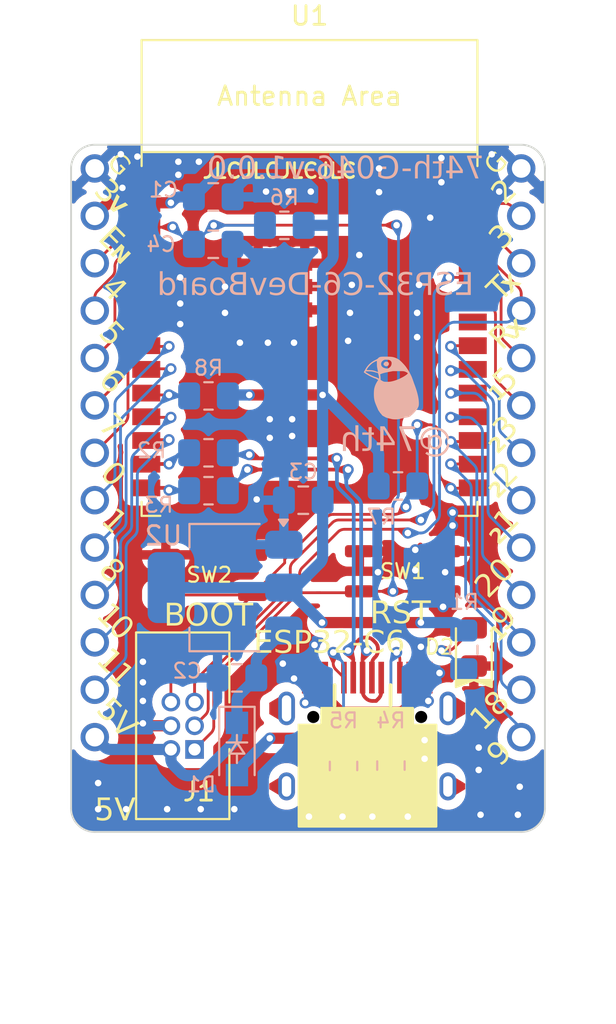
<source format=kicad_pcb>
(kicad_pcb (version 20240108) (generator "pcbnew") (generator_version "8.0")
  (title_block (title "ESP32-C6-WROOM-1 Dev Board") (rev "v1.0.0") (company "Atsushi Morimoto(@74th)"))
  (layers (0 "F.Cu" signal) (31 "B.Cu" signal) (34 "B.Paste" user) (35 "F.Paste" user) (36 "B.SilkS" user "B.Silkscreen") (37 "F.SilkS" user "F.Silkscreen") (38 "B.Mask" user) (39 "F.Mask" user) (44 "Edge.Cuts" user))
  (net 0 "")
  (net 1 "+3V3")
  (net 2 "GND")
  (net 3 "+5V")
  (net 4 "/GPIO11")
  (net 5 "/GPIO4")
  (net 6 "/EN")
  (net 7 "/GPIO7")
  (net 8 "/GPIO3")
  (net 9 "/GPIO10")
  (net 10 "/GPIO2")
  (net 11 "/GPIO5")
  (net 12 "/GPIO6")
  (net 13 "/GPIO15")
  (net 14 "/TXD")
  (net 15 "/GPIO21")
  (net 16 "/GPIO18")
  (net 17 "/GPIO9")
  (net 18 "/GPIO22")
  (net 19 "/GPIO19")
  (net 20 "/GPIO20")
  (net 21 "/RXD")
  (net 22 "/GPIO23")
  (net 23 "Net-(D1-A)")
  (net 24 "Net-(D2-A)")
  (net 25 "Net-(J2-CC1)")
  (net 26 "/USB_DP")
  (net 27 "/USB_DM")
  (net 28 "Net-(J2-CC2)")
  (net 29 "Net-(U1-GPIO12{slash}USB_D-)")
  (net 30 "Net-(U1-GPIO13{slash}USB_D+)")
  (net 31 "/GPIO8")
  (net 32 "/GPIO0")
  (net 33 "/GPIO1")
  (footprint "74th:Connector_USB-C-Receptacle_SMT_12-Pin_Simple" (layer "F.Cu") (at 85.725 68.58)
    (property "Reference" "J2" (hide yes))
    (property "Value" "USB2.0-C_SMT")
  )
  (footprint "74th:Switch_SKRPABE010" (layer "F.Cu") (at 87.63 57.15 180)
    (property "Reference" "SW1")
    (property "Value" "SW_Push" (hide yes))
  )
  (footprint "74th:PinOut_Pin_13" (layer "F.Cu") (at 71.12 35.56 -90)
    (property "Reference" "CH1" (hide yes))
    (property "Value" "Pin_13" (hide yes))
  )
  (footprint "PCM_Espressif:ESP32-C6-WROOM-1" (layer "F.Cu") (at 82.632 44.43)
    (property "Reference" "U1")
    (property "Value" "ESP32-C6-WROOM-1")
  )
  (footprint "74th:LED_0805_2012" (layer "F.Cu") (at 91.44 61.205 90)
    (property "Reference" "D2")
    (property "Value" "Blue" (hide yes))
  )
  (footprint "74th:PinOut_Pin_13" (layer "F.Cu") (at 93.98 35.56 -90)
    (property "Reference" "CH2" (hide yes))
    (property "Value" "Pin_13" (hide yes))
  )
  (footprint "74th:Connector_BoxPinHeader_2x03_P1.27mm" (layer "F.Cu") (at 75.835 65.43 180)
    (property "Reference" "J1")
    (property "Value" "ESP-Prog-ProgramCOM_RECV" (hide yes))
  )
  (footprint "74th:Switch_SKRPABE010" (layer "F.Cu") (at 77.255 57.345 180)
    (property "Reference" "SW2")
    (property "Value" "SW_Push" (hide yes))
  )
  (footprint "74th:Logo_JLCJLCJLCJLC" (layer "F.Cu") (at 81.661 53.594)
    (property "Reference" "REF**" (hide yes))
    (property "Value" "JLCJLCJLCJLC")
  )
  (footprint "74th:Capacitor_0805_2012" (layer "B.Cu") (at 77.47 37.084)
    (property "Reference" "C1")
    (property "Value" "22u" (hide yes))
  )
  (footprint "74th:Register_0805_2012" (layer "B.Cu") (at 86.995 67.564 90)
    (property "Reference" "R4")
    (property "Value" "5.1k" (hide yes))
  )
  (footprint "74th:Register_0805_2012" (layer "B.Cu") (at 90.9 61.3625 -90)
    (property "Reference" "R1")
    (property "Value" "10k" (hide yes))
  )
  (footprint "74th:Register_0805_2012" (layer "B.Cu") (at 77.216 47.752)
    (property "Reference" "R8")
    (property "Value" "10k" (hide yes))
  )
  (footprint "74th:Capacitor_0805_2012" (layer "B.Cu") (at 82.296 53.34 180)
    (property "Reference" "C3")
    (property "Value" "10u" (hide yes))
  )
  (footprint "74th:Register_0805_2012" (layer "B.Cu") (at 77.216 50.8)
    (property "Reference" "R2")
    (property "Value" "27" (hide yes))
  )
  (footprint "74th:Register_0805_2012" (layer "B.Cu") (at 77.216 52.832)
    (property "Reference" "R3")
    (property "Value" "27" (hide yes))
  )
  (footprint "Package_TO_SOT_SMD:SOT-223-3_TabPin2" (layer "B.Cu") (at 78.105 58.025 180)
    (property "Reference" "U2")
    (property "Value" "AMS1117")
  )
  (footprint "74th:Register_0805_2012" (layer "B.Cu") (at 81.28 38.608)
    (property "Reference" "R6")
    (property "Value" "10k" (hide yes))
  )
  (footprint "74th:Logo_74th_4mm" (layer "B.Cu") (at 87.122 47.498 180)
    (property "Reference" "MISC-ICON" (hide yes))
    (property "Value" "LOGO" (hide yes))
  )
  (footprint "74th:Capacitor_0805_2012" (layer "B.Cu") (at 78.74 62.865 180)
    (property "Reference" "C2")
    (property "Value" "10u" (hide yes))
  )
  (footprint "74th:Package_SOD123W" (layer "B.Cu") (at 78.74 66.675 -90)
    (property "Reference" "D1")
    (property "Value" "PMEG2010ER,115")
  )
  (footprint "74th:Register_0805_2012" (layer "B.Cu") (at 87.376 52.578 180)
    (property "Reference" "R7")
    (property "Value" "10k" (hide yes))
  )
  (footprint "74th:Capacitor_0805_2012" (layer "B.Cu") (at 77.47 39.624)
    (property "Reference" "C4")
    (property "Value" "1u" (hide yes))
  )
  (footprint "74th:Logo_74th_text" (layer "B.Cu") (at 88.265 50.165 180)
    (property "Reference" "MISC-ACCOUNTTEXT" (hide yes))
    (property "Value" "Logo_74th_text" (hide yes))
  )
  (footprint "74th:Register_0805_2012" (layer "B.Cu") (at 84.455 67.5855 90)
    (property "Reference" "R5")
    (property "Value" "5.1k" (hide yes))
  )
  (gr_line (start 95.25 35.56) (end 95.25 69.85) (stroke (width 0.1)) (layer "Edge.Cuts"))
  (gr_line (start 71.12 71.12) (end 93.98 71.12) (stroke (width 0.1)) (layer "Edge.Cuts"))
  (gr_line (start 69.85 35.56) (end 69.85 69.85) (stroke (width 0.1)) (layer "Edge.Cuts"))
  (gr_arc (start 95.25 69.85) (mid 94.878026 70.748026) (end 93.98 71.12) (stroke (width 0.1)) (layer "Edge.Cuts"))
  (gr_arc (start 71.12 71.12) (mid 70.221974 70.748026) (end 69.85 69.85) (stroke (width 0.1)) (layer "Edge.Cuts"))
  (gr_line (start 71.12 34.29) (end 93.98 34.29) (stroke (width 0.1)) (layer "Edge.Cuts"))
  (gr_arc (start 93.98 34.29) (mid 94.878026 34.661974) (end 95.25 35.56) (stroke (width 0.1)) (layer "Edge.Cuts"))
  (gr_arc (start 69.85 35.56) (mid 70.221974 34.661974) (end 71.12 34.29) (stroke (width 0.1)) (layer "Edge.Cuts"))
  (gr_text "ESP32-C6-DevBoard" (at 91.44 42.545 0) (layer "B.SilkS") (effects (font (size 1.2 1.2) (thickness 0.12)) (justify left bottom mirror)))
  (gr_text "74th-G046-v1.0.0" (at 92 36.3 0) (layer "B.SilkS") (effects (font (size 1.2 1.2) (thickness 0.12)) (justify left bottom mirror)))
  (gr_text "2" (at 92.837 55.88 45) (layer "F.SilkS") (effects (font (size 0.8 0.8) (thickness 0.16) (bold yes)) (justify left bottom)))
  (gr_text "4" (at 71.247 42.164 315) (layer "F.SilkS") (effects (font (size 1.2 1.2) (thickness 0.12)) (justify left bottom)))
  (gr_text "0" (at 93.091 58.039 45) (layer "F.SilkS") (effects (font (size 1.2 1.2) (thickness 0.12)) (justify left bottom)))
  (gr_text "1" (at 70.993 62.103 315) (layer "F.SilkS") (effects (font (size 1.2 1.2) (thickness 0.12)) (justify left bottom)))
  (gr_text "1" (at 93.345 55.372 45) (layer "F.SilkS") (effects (font (size 1.2 1.2) (thickness 0.12)) (justify left bottom)))
  (gr_text "1" (at 71.628 62.865 315) (layer "F.SilkS") (effects (font (size 1.2 1.2) (thickness 0.12)) (justify left bottom)))
  (gr_text "1" (at 71.247 54.61 315) (layer "F.SilkS") (effects (font (size 1.2 1.2) (thickness 0.12)) (justify left bottom)))
  (gr_text "E" (at 71.1 39.5 315) (layer "F.SilkS") (effects (font (size 1.2 1.2) (thickness 0.12)) (justify left bottom)))
  (gr_text "6" (at 71.12 47.117 315) (layer "F.SilkS") (effects (font (size 1.2 1.2) (thickness 0.12)) (justify left bottom)))
  (gr_text "G" (at 71.6 35.4 -45) (layer "F.SilkS") (effects (font (size 1 1) (thickness 0.12)) (justify left bottom)))
  (gr_text "1" (at 92.837 61.087 45) (layer "F.SilkS") (effects (font (size 0.8 0.8) (thickness 0.16) (bold yes)) (justify left bottom)))
  (gr_text "G" (at 92.7 36.1 45) (layer "F.SilkS") (effects (font (size 1 1) (thickness 0.12)) (justify left bottom)))
  (gr_text "V" (at 71.628 37.592 315) (layer "F.SilkS") (effects (font (size 0.8 0.8) (thickness 0.16) (bold yes)) (justify left bottom)))
  (gr_text "2" (at 92.329 58.801 45) (layer "F.SilkS") (effects (font (size 1.2 1.2) (thickness 0.12)) (justify left bottom)))
  (gr_text "1" (at 92.8 48.2 45) (layer "F.SilkS") (effects (font (size 0.8 0.8) (thickness 0.16) (bold yes)) (justify left bottom)))
  (gr_text "2" (at 92.8 51 45) (layer "F.SilkS") (effects (font (size 0.8 0.8) (thickness 0.16) (bold yes)) (justify left bottom)))
  (gr_text "0" (at 71.628 60.325 315) (layer "F.SilkS") (effects (font (size 1.2 1.2) (thickness 0.12)) (justify left bottom)))
  (gr_text "5V" (at 71.1 70.7 0) (layer "F.SilkS") (effects (font (size 1.2 1.2) (thickness 0.12)) (justify left bottom)))
  (gr_text "N" (at 71.8 40.2 315) (layer "F.SilkS") (effects (font (size 0.8 0.8) (thickness 0.16) (bold yes)) (justify left bottom)))
  (gr_text "R" (at 93.1 45.5 45) (layer "F.SilkS") (effects (font (size 1.2 1.2) (thickness 0.12)) (justify left bottom)))
  (gr_text "5V" (at 70.993 64.77 315) (layer "F.SilkS") (effects (font (size 1.2 1.2) (thickness 0.12)) (justify left bottom)))
  (gr_text "9" (at 93.218 60.579 45) (layer "F.SilkS") (effects (font (size 1.2 1.2) (thickness 0.12)) (justify left bottom)))
  (gr_text "T" (at 93 42.9 45) (layer "F.SilkS") (effects (font (size 1.2 1.2) (thickness 0.12)) (justify left bottom)))
  (gr_text "8" (at 71.12 57.277 315) (layer "F.SilkS") (effects (font (size 1.2 1.2) (thickness 0.12)) (justify left bottom)))
  (gr_text "3" (at 93.3 50.4 45) (layer "F.SilkS") (effects (font (size 1.2 1.2) (thickness 0.12)) (justify left bottom)))
  (gr_text "7" (at 71.1 49.53 315) (layer "F.SilkS") (effects (font (size 1.2 1.2) (thickness 0.12)) (justify left bottom)))
  (gr_text "5" (at 71.12 44.577 315) (layer "F.SilkS") (effects (font (size 1.2 1.2) (thickness 0.12)) (justify left bottom)))
  (gr_text "3" (at 93.091 40.132 45) (layer "F.SilkS") (effects (font (size 1.2 1.2) (thickness 0.12)) (justify left bottom)))
  (gr_text "ESP32-C6" (at 79.629 61.722 0) (layer "F.SilkS") (effects (font (size 1.2 1.2) (thickness 0.12)) (justify left bottom)))
  (gr_text "2" (at 92.8 53.4 45) (layer "F.SilkS") (effects (font (size 0.8 0.8) (thickness 0.16) (bold yes)) (justify left bottom)))
  (gr_text "3" (at 70.866 36.957 315) (layer "F.SilkS") (effects (font (size 1.2 1.2) (thickness 0.12)) (justify left bottom)))
  (gr_text "9" (at 92.964 67.818 45) (layer "F.SilkS") (effects (font (size 1.2 1.2) (thickness 0.12)) (justify left bottom)))
  (gr_text "18\n" (at 92.075 65.913 45) (layer "F.SilkS") (effects (font (size 1.2 1.2) (thickness 0.12)) (justify left bottom)))
  (gr_text "2" (at 93.3 52.9 45) (layer "F.SilkS") (effects (font (size 1.2 1.2) (thickness 0.12)) (justify left bottom)))
  (gr_text "X" (at 93.5 42.4 45) (layer "F.SilkS") (effects (font (size 0.8 0.8) (thickness 0.16) (bold yes)) (justify left bottom)))
  (gr_text "2" (at 93.218 37.719 45) (layer "F.SilkS") (effects (font (size 1.2 1.2) (thickness 0.12)) (justify left bottom)))
  (gr_text "1" (at 70.993 59.69 315) (layer "F.SilkS") (effects (font (size 1.2 1.2) (thickness 0.12)) (justify left bottom)))
  (gr_text "0" (at 71.2 52.1 315) (layer "F.SilkS") (effects (font (size 1.2 1.2) (thickness 0.12)) (justify left bottom)))
  (gr_text "X" (at 93.8 44.8 45) (layer "F.SilkS") (effects (font (size 0.8 0.8) (thickness 0.16) (bold yes)) (justify left bottom)))
  (gr_text "5" (at 93.3 47.8 45) (layer "F.SilkS") (effects (font (size 1.2 1.2) (thickness 0.12)) (justify left bottom)))
  (segment (start 71.633553 37.586447) (end 71.12 38.1) (width 0.6) (layer "F.Cu") (net 1))
  (segment (start 83.3335 47.7) (end 79.4 47.7) (width 0.6) (layer "F.Cu") (net 1))
  (segment (start 88.6 59.9) (end 83.3 59.9) (width 0.6) (layer "F.Cu") (net 1))
  (segment (start 73.922 37.4) (end 73.882 37.44) (width 0.6) (layer "F.Cu") (net 1))
  (segment (start 75.2 37.4) (end 73.922 37.4) (width 0.6) (layer "F.Cu") (net 1))
  (segment (start 73.882 37.44) (end 71.987107 37.44) (width 0.6) (layer "F.Cu") (net 1))
  (via (at 83.3 59.9) (size 0.6) (drill 0.35) (layers "F.Cu" "B.Cu") (net 1))
  (via (at 75.2 37.4) (size 0.6) (drill 0.35) (layers "F.Cu" "B.Cu") (net 1))
  (via (at 88.6 59.9) (size 0.6) (drill 0.35) (layers "F.Cu" "B.Cu") (net 1))
  (via (at 79.4 47.7) (size 0.6) (drill 0.35) (layers "F.Cu" "B.Cu") (net 1))
  (via (at 83.3335 47.7) (size 0.6) (drill 0.35) (layers "F.Cu" "B.Cu") (net 1))
  (arc (start 71.987107 37.44) (mid 71.795765 37.47806) (end 71.633553 37.586447) (width 0.6) (layer "F.Cu") (net 1))
  (segment (start 78.070053 35.446447) (end 76.4325 37.084) (width 0.6) (layer "B.Cu") (net 1))
  (segment (start 88.6 59.9) (end 90.267893 59.9) (width 0.6) (layer "B.Cu") (net 1))
  (segment (start 79.4 47.7) (end 78.3055 47.7) (width 0.6) (layer "B.Cu") (net 1))
  (segment (start 90.621447 60.046447) (end 90.9 60.325) (width 0.6) (layer "B.Cu") (net 1))
  (segment (start 82.3175 38.608) (end 83.808 38.608) (width 0.6) (layer "B.Cu") (net 1))
  (segment (start 83.3335 53.34) (end 83.3335 41.173607) (width 0.6) (layer "B.Cu") (net 1))
  (segment (start 83.753553 36.053553) (end 83.146446 35.446446) (width 0.6) (layer "B.Cu") (net 1))
  (segment (start 76.4325 37.084) (end 75.723107 37.084) (width 0.6) (layer "B.Cu") (net 1))
  (segment (start 81.255 58.025) (end 81.667893 58.025) (width 0.6) (layer "B.Cu") (net 1))
  (segment (start 81.255 58.025) (end 81.425 58.025) (width 0.6) (layer "B.Cu") (net 1))
  (segment (start 75.369553 37.230447) (end 75.2 37.4) (width 0.6) (layer "B.Cu") (net 1))
  (segment (start 81.425 58.025) (end 83.3 59.9) (width 0.6) (layer "B.Cu") (net 1))
  (segment (start 74.955 58.025) (end 81.255 58.025) (width 0.6) (layer "B.Cu") (net 1))
  (segment (start 83.3335 56.359393) (end 83.3335 53.34) (width 0.6) (layer "B.Cu") (net 1))
  (segment (start 82.021447 57.878553) (end 83.187054 56.712946) (width 0.6) (layer "B.Cu") (net 1))
  (segment (start 83.808 38.608) (end 83.9 38.7) (width 0.6) (layer "B.Cu") (net 1))
  (segment (start 83.479947 40.820053) (end 83.753554 40.546446) (width 0.6) (layer "B.Cu") (net 1))
  (segment (start 83.9 40.192893) (end 83.9 38.7) (width 0.6) (layer "B.Cu") (net 1))
  (segment (start 82.792893 35.3) (end 78.423607 35.3) (width 0.6) (layer "B.Cu") (net 1))
  (segment (start 83.9 38.7) (end 83.9 36.407107) (width 0.6) (layer "B.Cu") (net 1))
  (segment (start 86.192053 50.558553) (end 83.3335 47.7) (width 0.6) (layer "B.Cu") (net 1))
  (segment (start 86.3385 52.578) (end 86.3385 50.912107) (width 0.6) (layer "B.Cu") (net 1))
  (segment (start 78.3055 47.7) (end 78.2535 47.752) (width 0.6) (layer "B.Cu") (net 1))
  (arc (start 83.479947 40.820053) (mid 83.37156 40.982265) (end 83.3335 41.173607) (width 0.6) (layer "B.Cu") (net 1))
  (arc (start 83.753554 40.546446) (mid 83.86194 40.384234) (end 83.9 40.192893) (width 0.6) (layer "B.Cu") (net 1))
  (arc (start 75.369553 37.230447) (mid 75.531765 37.12206) (end 75.723107 37.084) (width 0.6) (layer "B.Cu") (net 1))
  (arc (start 90.267893 59.9) (mid 90.459235 59.93806) (end 90.621447 60.046447) (width 0.6) (layer "B.Cu") (net 1))
  (arc (start 78.423607 35.3) (mid 78.232265 35.33806) (end 78.070053 35.446447) (width 0.6) (layer "B.Cu") (net 1))
  (arc (start 82.021447 57.878553) (mid 81.859235 57.98694) (end 81.667893 58.025) (width 0.6) (layer "B.Cu") (net 1))
  (arc (start 86.192053 50.558553) (mid 86.30044 50.720765) (end 86.3385 50.912107) (width 0.6) (layer "B.Cu") (net 1))
  (arc (start 83.187054 56.712946) (mid 83.29544 56.550734) (end 83.3335 56.359393) (width 0.6) (layer "B.Cu") (net 1))
  (arc (start 82.792893 35.3) (mid 82.984234 35.33806) (end 83.146446 35.446446) (width 0.6) (layer "B.Cu") (net 1))
  (arc (start 83.753553 36.053553) (mid 83.86194 36.215765) (end 83.9 36.407107) (width 0.6) (layer "B.Cu") (net 1))
  (segment (start 73.83 65.43) (end 73.7 65.3) (width 0.6) (layer "F.Cu") (net 2))
  (segment (start 75.2 65.43) (end 73.83 65.43) (width 0.6) (layer "F.Cu") (net 2))
  (via (at 75.7 42.8) (size 0.6) (drill 0.35) (layers "F.Cu" "B.Cu") (net 2))
  (via (at 79.8 53.3) (size 0.6) (drill 0.35) (layers "F.Cu" "B.Cu") (net 2))
  (via (at 88.3 57.1) (size 0.6) (drill 0.35) (layers "F.Cu" "B.Cu") (net 2))
  (via (at 84.7 44.8) (size 0.6) (drill 0.35) (layers "F.Cu" "B.Cu") (net 2))
  (via (at 81.8 44.9) (size 0.6) (drill 0.35) (layers "F.Cu" "B.Cu") (net 2))
  (via (at 90.3 54.7) (size 0.6) (drill 0.35) (layers "F.Cu" "B.Cu") (net 2))
  (via (at 89.789 59.055) (size 0.6) (drill 0.35) (layers "F.Cu" "B.Cu") (net 2))
  (via (at 93.8 70.2) (size 0.6) (drill 0.35) (layers "F.Cu" "B.Cu") (net 2))
  (via (at 73.7 62) (size 0.6) (drill 0.35) (layers "F.Cu" "B.Cu") (net 2))
  (via (at 86 70.3) (size 0.6) (drill 0.35) (layers "F.Cu" "B.Cu") (net 2))
  (via (at 90.3 54) (size 0.6) (drill 0.35) (layers "F.Cu" "B.Cu") (net 2))
  (via (at 86.36 35.56) (size 0.6) (drill 0.35) (layers "F.Cu" "B.Cu") (net 2))
  (via (at 82.9 61.1) (size 0.6) (drill 0.35) (layers "F.Cu" "B.Cu") (net 2))
  (via (at 86.3 57.2) (size 0.6) (drill 0.35) (layers "F.Cu" "B.Cu") (net 2))
  (via (at 84.8 43.3) (size 0.6) (drill 0.35) (layers "F.Cu" "B.Cu") (net 2))
  (via (at 81.5 36.8) (size 0.6) (drill 0.35) (layers "F.Cu" "B.Cu") (net 2))
  (via (at 72.517 34.798) (size 0.6) (drill 0.35) (layers "F.Cu" "B.Cu") (net 2))
  (via (at 72.8 69.9) (size 0.6) (drill 0.35) (layers "F.Cu" "B.Cu") (net 2))
  (via (at 76.8 69.9) (size 0.6) (drill 0.35) (layers "F.Cu" "B.Cu") (net 2))
  (via (at 91.7 67.8) (size 0.6) (drill 0.35) (layers "F.Cu" "B.Cu") (net 2))
  (via (at 89 64.1) (size 0.6) (drill 0.35) (layers "F.Cu" "B.Cu") (net 2))
  (via (at 84.9 41.8) (size 0.6) (drill 0.35) (layers "F.Cu" "B.Cu") (net 2))
  (via (at 87.9 70.3) (size 0.6) (drill 0.35) (layers "F.Cu" "B.Cu") (net 2))
  (via (at 92.4 34.8) (size 0.6) (drill 0.35) (layers "F.Cu" "B.Cu") (net 2))
  (via (at 75.6 35.2) (size 0.6) (drill 0.35) (layers "F.Cu" "B.Cu") (net 2))
  (via (at 80.4 44.9) (size 0.6) (drill 0.35) (layers "F.Cu" "B.Cu") (net 2))
  (via (at 88.6 61.2) (size 0.6) (drill 0.35) (layers "F.Cu" "B.Cu") (net 2))
  (via (at 81.7 49.9) (size 0.6) (drill 0.35) (layers "F.Cu" "B.Cu") (net 2))
  (via (at 73.7 65.3) (size 0.6) (drill 0.35) (layers "F.Cu" "B.Cu") (net 2))
  (via (at 88.4 43.3) (size 0.6) (drill 0.35) (layers "F.Cu" "B.Cu") (net 2))
  (via (at 75.7 41.4) (size 0.6) (drill 0.35) (layers "F.Cu" "B.Cu") (net 2))
  (via (at 93.9 68.7) (size 0.6) (drill 0.35) (layers "F.Cu" "B.Cu") (net 2))
  (via (at 88.3 56) (size 0.6) (drill 0.35) (layers "F.Cu" "B.Cu") (net 2))
  (via (at 73.7 64.1) (size 0.6) (drill 0.35) (layers "F.Cu" "B.Cu") (net 2))
  (via (at 78.6 69.9) (size 0.6) (drill 0.35) (layers "F.Cu" "B.Cu") (net 2))
  (via (at 84.4 70.3) (size 0.6) (drill 0.35) (layers "F.Cu" "B.Cu") (net 2))
  (via (at 75.7 43.9) (size 0.6) (drill 0.35) (layers "F.Cu" "B.Cu") (net 2))
  (via (at 82.7 36.8) (size 0.6) (drill 0.35) (layers "F.Cu" "B.Cu") (net 2))
  (via (at 89.6 62.6) (size 0.6) (drill 0.35) (layers "F.Cu" "B.Cu") (net 2))
  (via (at 81.7 49) (size 0.6) (drill 0.35) (layers "F.Cu" "B.Cu") (net 2))
  (via (at 88.5 41.8) (size 0.6) (drill 0.35) (layers "F.Cu" "B.Cu") (net 2))
  (via (at 78.1 41.9) (size 0.6) (drill 0.35) (layers "F.Cu" "B.Cu") (net 2))
  (via (at 78.1 43.3) (size 0.6) (drill 0.35) (layers "F.Cu" "B.Cu") (net 2))
  (via (at 88.4 44.6) (size 0.6) (drill 0.35) (layers "F.Cu" "B.Cu") (net 2))
  (via (at 80.3 36.8) (size 0.6) (drill 0.35) (layers "F.Cu" "B.Cu") (net 2))
  (via (at 82.4 64.2) (size 0.6) (drill 0.35) (layers "F.Cu" "B.Cu") (net 2))
  (via (at 80.5 50) (size 0.6) (drill 0.35) (layers "F.Cu" "B.Cu") (net 2))
  (via (at 82.6 70.3) (size 0.6) (drill 0.35) (layers "F.Cu" "B.Cu") (net 2))
  (via (at 91.8 70.2) (size 0.6) (drill 0.35) (layers "F.Cu" "B.Cu") (net 2))
  (via (at 80.5 49) (size 0.6) (drill 0.35) (layers "F.Cu" "B.Cu") (net 2))
  (via (at 71.3 68.5) (size 0.6) (drill 0.35) (layers "F.Cu" "B.Cu") (net 2))
  (via (at 75 69.9) (size 0.6) (drill 0.35) (layers "F.Cu" "B.Cu") (net 2))
  (via (at 76.7 35.2) (size 0.6) (drill 0.35) (layers "F.Cu" "B.Cu") (net 2))
  (via (at 88.8 67.2) (size 0.6) (drill 0.35) (layers "F.Cu" "B.Cu") (net 2))
  (via (at 81.2 62.1) (size 0.6) (drill 0.35) (layers "F.Cu" "B.Cu") (net 2))
  (via (at 92.8 36.8) (size 0.6) (drill 0.35) (layers "F.Cu" "B.Cu") (net 2))
  (via (at 73.406 34.925) (size 0.6) (drill 0.35) (layers "F.Cu" "B.Cu") (net 2))
  (via (at 88.8 66.2) (size 0.6) (drill 0.35) (layers "F.Cu" "B.Cu") (net 2))
  (via (at 89.7 35) (size 0.6) (drill 0.35) (layers "F.Cu" "B.Cu") (net 2))
  (via (at 89.7 36.3) (size 0.6) (drill 0.35) (layers "F.Cu" "B.Cu") (net 2))
  (via (at 85.3 40.2) (size 0.6) (drill 0.35) (layers "F.Cu" "B.Cu") (net 2))
  (via (at 89.1 38.2) (size 0.6) (drill 0.35) (layers "F.Cu" "B.Cu") (net 2))
  (via (at 89.9 57.2) (size 0.6) (drill 0.35) (layers "F.Cu" "B.Cu") (net 2))
  (via (at 81.8 62.9) (size 0.6) (drill 0.35) (layers "F.Cu" "B.Cu") (net 2))
  (via (at 71.3 69.9) (size 0.6) (drill 0.35) (layers "F.Cu" "B.Cu") (net 2))
  (via (at 75.6 35.9) (size 0.6) (drill 0.35) (layers "F.Cu" "B.Cu") (net 2))
  (via (at 72.6 36.6) (size 0.6) (drill 0.35) (layers "F.Cu" "B.Cu") (net 2))
  (via (at 78.9 44.9) (size 0.6) (drill 0.35) (layers "F.Cu" "B.Cu") (net 2))
  (via (at 86.36 36.83) (size 0.6) (drill 0.35) (layers "F.Cu" "B.Cu") (net 2))
  (via (at 73.7 63.1) (size 0.6) (drill 0.35) (layers "F.Cu" "B.Cu") (net 2))
  (via (at 91.7 66.6) (size 0.6) (drill 0.35) (layers "F.Cu" "B.Cu") (net 2))
  (segment (start 78.4 36.9) (end 79.053554 36.246446) (width 0.6) (layer "B.Cu") (net 2))
  (segment (start 78.5075 37.0075) (end 78.4 36.9) (width 0.6) (layer "B.Cu") (net 2))
  (segment (start 79.170447 39.770447) (end 81.653554 42.253554) (width 0.6) (layer "B.Cu") (net 2))
  (segment (start 78.5075 39.624) (end 78.816893 39.624) (width 0.6) (layer "B.Cu") (net 2))
  (segment (start 81.8 42.607107) (end 81.8 44.9) (width 0.6) (layer "B.Cu") (net 2))
  (segment (start 79.407107 36.1) (end 80.592893 36.1) (width 0.6) (layer "B.Cu") (net 2))
  (segment (start 78.5075 37.084) (end 78.5075 37.0075) (width 0.6) (layer "B.Cu") (net 2))
  (segment (start 80.946447 36.246447) (end 81.5 36.8) (width 0.6) (layer "B.Cu") (net 2))
  (arc (start 78.816893 39.624) (mid 79.008235 39.66206) (end 79.170447 39.770447) (width 0.6) (layer "B.Cu") (net 2))
  (arc (start 80.592893 36.1) (mid 80.784235 36.13806) (end 80.946447 36.246447) (width 0.6) (layer "B.Cu") (net 2))
  (arc (start 81.8 42.607107) (mid 81.76194 42.415766) (end 81.653554 42.253554) (width 0.6) (layer "B.Cu") (net 2))
  (arc (start 79.407107 36.1) (mid 79.215766 36.13806) (end 79.053554 36.246446) (width 0.6) (layer "B.Cu") (net 2))
  (segment (start 75.2 66.7) (end 75.2 67.192893) (width 0.6) (layer "B.Cu") (net 3))
  (segment (start 76.107107 68.1) (end 76.592893 68.1) (width 0.6) (layer "B.Cu") (net 3))
  (segment (start 75.2 66.7) (end 71.987107 66.7) (width 0.6) (layer "B.Cu") (net 3))
  (segment (start 75.346447 67.546447) (end 75.753554 67.953554) (width 0.6) (layer "B.Cu") (net 3))
  (segment (start 76.946447 67.953553) (end 78.593554 66.306446) (width 0.6) (layer "B.Cu") (net 3))
  (segment (start 79.7775 62.865) (end 79.7775 62.009607) (width 0.6) (layer "B.Cu") (net 3))
  (segment (start 78.74 65.952893) (end 78.74 65.275) (width 0.6) (layer "B.Cu") (net 3))
  (segment (start 78.886447 63.756053) (end 79.7775 62.865) (width 0.6) (layer "B.Cu") (net 3))
  (segment (start 79.923947 61.656053) (end 81.255 60.325) (width 0.6) (layer "B.Cu") (net 3))
  (segment (start 78.74 65.275) (end 78.74 64.109607) (width 0.6) (layer "B.Cu") (net 3))
  (segment (start 71.633553 66.553553) (end 71.12 66.04) (width 0.6) (layer "B.Cu") (net 3))
  (arc (start 76.946447 67.953553) (mid 76.784235 68.06194) (end 76.592893 68.1) (width 0.6) (layer "B.Cu") (net 3))
  (arc (start 79.7775 62.009607) (mid 79.81556 61.818265) (end 79.923947 61.656053) (width 0.6) (layer "B.Cu") (net 3))
  (arc (start 78.74 65.952893) (mid 78.70194 66.144234) (end 78.593554 66.306446) (width 0.6) (layer "B.Cu") (net 3))
  (arc (start 75.753554 67.953554) (mid 75.915766 68.06194) (end 76.107107 68.1) (width 0.6) (layer "B.Cu") (net 3))
  (arc (start 75.346447 67.546447) (mid 75.23806 67.384235) (end 75.2 67.192893) (width 0.6) (layer "B.Cu") (net 3))
  (arc (start 71.987107 66.7) (mid 71.795765 66.66194) (end 71.633553 66.553553) (width 0.6) (layer "B.Cu") (net 3))
  (arc (start 78.886447 63.756053) (mid 78.77806 63.918265) (end 78.74 64.109607) (width 0.6) (layer "B.Cu") (net 3))
  (segment (start 75.1 50.1) (end 73.922 50.1) (width 0.15) (layer "F.Cu") (net 4))
  (segment (start 73.922 50.1) (end 73.882 50.14) (width 0.15) (layer "F.Cu") (net 4))
  (via (at 75.1 50.1) (size 0.6) (drill 0.35) (layers "F.Cu" "B.Cu") (net 4))
  (segment (start 72.653553 61.966447) (end 71.12 63.5) (width 0.15) (layer "B.Cu") (net 4))
  (segment (start 73.4 52.007107) (end 73.4 54.892893) (width 0.15) (layer "B.Cu") (net 4))
  (segment (start 72.8 55.907107) (end 72.8 61.612893) (width 0.15) (layer "B.Cu") (net 4))
  (segment (start 73.253553 55.246447) (end 72.946446 55.553554) (width 0.15) (layer "B.Cu") (net 4))
  (segment (start 75.1 50.1) (end 73.546446 51.653554) (width 0.15) (layer "B.Cu") (net 4))
  (arc (start 73.4 52.007107) (mid 73.43806 51.815766) (end 73.546446 51.653554) (width 0.15) (layer "B.Cu") (net 4))
  (arc (start 72.946446 55.553554) (mid 72.83806 55.715766) (end 72.8 55.907107) (width 0.15) (layer "B.Cu") (net 4))
  (arc (start 73.4 54.892893) (mid 73.36194 55.084235) (end 73.253553 55.246447) (width 0.15) (layer "B.Cu") (net 4))
  (arc (start 72.653553 61.966447) (mid 72.76194 61.804235) (end 72.8 61.612893) (width 0.15) (layer "B.Cu") (net 4))
  (segment (start 72.673553 40.126447) (end 72.346446 40.453554) (width 0.15) (layer "F.Cu") (net 5))
  (segment (start 72.053553 41.346447) (end 71.266446 42.133554) (width 0.15) (layer "F.Cu") (net 5))
  (segment (start 73.882 39.98) (end 73.027107 39.98) (width 0.15) (layer "F.Cu") (net 5))
  (segment (start 72.2 40.807107) (end 72.2 40.992893) (width 0.15) (layer "F.Cu") (net 5))
  (segment (start 71.12 42.487107) (end 71.12 43.18) (width 0.15) (layer "F.Cu") (net 5))
  (arc (start 72.346446 40.453554) (mid 72.23806 40.615766) (end 72.2 40.807107) (width 0.15) (layer "F.Cu") (net 5))
  (arc (start 71.266446 42.133554) (mid 71.15806 42.295766) (end 71.12 42.487107) (width 0.15) (layer "F.Cu") (net 5))
  (arc (start 72.053553 41.346447) (mid 72.16194 41.184235) (end 72.2 40.992893) (width 0.15) (layer "F.Cu") (net 5))
  (arc (start 72.673553 40.126447) (mid 72.835765 40.01806) (end 73.027107 39.98) (width 0.15) (layer "F.Cu") (net 5))
  (segment (start 75.29 38.71) (end 75.3 38.7) (width 0.15) (layer "F.Cu") (net 6))
  (segment (start 85.305 58.225) (end 86.4 58.225) (width 0.15) (layer "F.Cu") (net 6))
  (segment (start 87.3 38.6) (end 77.5 38.6) (width 0.15) (layer "F.Cu") (net 6))
  (segment (start 76.47 66.7) (end 77.353554 65.816446) (width 0.15) (layer "F.Cu") (net 6))
  (segment (start 77.646447 62.702081) (end 81.902082 58.446446) (width 0.15) (layer "F.Cu") (net 6))
  (segment (start 83 58.3) (end 83.2 58.3) (width 0.15) (layer "F.Cu") (net 6))
  (segment (start 73.882 38.71) (end 73.257107 38.71) (width 0.15) (layer "F.Cu") (net 6))
  (segment (start 87.1 58.225) (end 89.955 58.225) (width 0.15) (layer "F.Cu") (net 6))
  (segment (start 82.255635 58.3) (end 83.2 58.3) (width 0.15) (layer "F.Cu") (net 6))
  (segment (start 73.882 38.71) (end 75.29 38.71) (width 0.15) (layer "F.Cu") (net 6))
  (segment (start 77.5 65.462893) (end 77.5 63.055635) (width 0.15) (layer "F.Cu") (net 6))
  (segment (start 72.903553 38.856447) (end 71.12 40.64) (width 0.15) (layer "F.Cu") (net 6))
  (segment (start 83.2 58.3) (end 85.23 58.3) (width 0.15) (layer "F.Cu") (net 6))
  (segment (start 77.5 38.6) (end 77.492 38.608) (width 0.15) (layer "F.Cu") (net 6))
  (segment (start 86.4 58.225) (end 87.1 58.225) (width 0.15) (layer "F.Cu") (net 6))
  (segment (start 85.23 58.3) (end 85.305 58.225) (width 0.15) (layer "F.Cu") (net 6))
  (segment (start 76.47 66.7) (end 76.47 66.68) (width 0.15) (layer "F.Cu") (net 6))
  (via (at 87.3 38.6) (size 0.6) (drill 0.35) (layers "F.Cu" "B.Cu") (net 6))
  (via (at 75.3 38.7) (size 0.6) (drill 0.35) (layers "F.Cu" "B.Cu") (net 6))
  (via (at 77.492 38.608) (size 0.6) (drill 0.35) (layers "F.Cu" "B.Cu") (net 6))
  (via (at 87.1 58.225) (size 0.6) (drill 0.35) (layers "F.Cu" "B.Cu") (net 6))
  (arc (start 81.902082 58.446446) (mid 82.064294 58.33806) (end 82.255635 58.3) (width 0.15) (layer "F.Cu") (net 6))
  (arc (start 77.5 65.462893) (mid 77.46194 65.654234) (end 77.353554 65.816446) (width 0.15) (layer "F.Cu") (net 6))
  (arc (start 77.646447 62.702081) (mid 77.53806 62.864293) (end 77.5 63.055635) (width 0.15) (layer "F.Cu") (net 6))
  (arc (start 73.257107 38.71) (mid 73.065765 38.74806) (end 72.903553 38.856447) (width 0.15) (layer "F.Cu") (net 6))
  (segment (start 75.3 38.7) (end 76.077554 39.477554) (width 0.15) (layer "B.Cu") (net 6))
  (segment (start 87.1 58.225) (end 87.1 53.707107) (width 0.15) (layer "B.Cu") (net 6))
  (segment (start 87.4 52.992893) (end 87.4 38.7) (width 0.15) (layer "B.Cu") (net 6))
  (segment (start 77.492 38.608) (end 77.4485 38.608) (width 0.15) (layer "B.Cu") (net 6))
  (segment (start 87.4 38.7) (end 87.3 38.6) (width 0.15) (layer "B.Cu") (net 6))
  (segment (start 87.246447 53.353553) (end 87.253554 53.346446) (width 0.15) (layer "B.Cu") (net 6))
  (segment (start 80.2425 38.608) (end 77.492 38.608) (width 0.15) (layer "B.Cu") (net 6))
  (segment (start 77.4485 38.608) (end 76.4325 39.624) (width 0.15) (layer "B.Cu") (net 6))
  (segment (start 76.431107 39.624) (end 76.4325 39.624) (width 0.15) (layer "B.Cu") (net 6))
  (arc (start 76.077554 39.477554) (mid 76.239766 39.58594) (end 76.431107 39.624) (width 0.15) (layer "B.Cu") (net 6))
  (arc (start 87.1 53.707107) (mid 87.13806 53.515765) (end 87.246447 53.353553) (width 0.15) (layer "B.Cu") (net 6))
  (arc (start 87.253554 53.346446) (mid 87.36194 53.184234) (end 87.4 52.992893) (width 0.15) (layer "B.Cu") (net 6))
  (segment (start 72.9 45.466) (end 72.9 44.323) (width 0.15) (layer "F.Cu") (net 7))
  (segment (start 72.9 45.212) (end 72.9 45.466) (width 0.15) (layer "F.Cu") (net 7))
  (segment (start 72.9 45.466) (end 72.9 48.812893) (width 0.15) (layer "F.Cu") (net 7))
  (segment (start 72.753553 49.166447) (end 71.12 50.8) (width 0.15) (layer "F.Cu") (net 7))
  (segment (start 73.433 43.79) (end 72.9 44.323) (width 0.15) (layer "F.Cu") (net 7))
  (segment (start 73.882 43.79) (end 73.433 43.79) (width 0.15) (layer "F.Cu") (net 7))
  (arc (start 72.753553 49.166447) (mid 72.86194 49.004235) (end 72.9 48.812893) (width 0.15) (layer "F.Cu") (net 7))
  (segment (start 91.382 38.71) (end 91.842893 38.71) (width 0.15) (layer "F.Cu") (net 8))
  (segment (start 92.196447 38.856447) (end 93.98 40.64) (width 0.15) (layer "F.Cu") (net 8))
  (arc (start 91.842893 38.71) (mid 92.034235 38.74806) (end 92.196447 38.856447) (width 0.15) (layer "F.Cu") (net 8))
  (segment (start 73.912 48.9) (end 73.882 48.87) (width 0.15) (layer "F.Cu") (net 9))
  (segment (start 75.2 48.9) (end 73.912 48.9) (width 0.15) (layer "F.Cu") (net 9))
  (via (at 75.2 48.9) (size 0.6) (drill 0.35) (layers "F.Cu" "B.Cu") (net 9))
  (segment (start 73.1 51.207107) (end 73.1 54.692893) (width 0.15) (layer "B.Cu") (net 9))
  (segment (start 71.132893 60.96) (end 71.12 60.96) (width 0.15) (layer "B.Cu") (net 9))
  (segment (start 75.2 48.9) (end 73.246446 50.853554) (width 0.15) (layer "B.Cu") (net 9))
  (segment (start 72.353553 59.946447) (end 71.486446 60.813554) (width 0.15) (layer "B.Cu") (net 9))
  (segment (start 72.5 55.707107) (end 72.5 59.592893) (width 0.15) (layer "B.Cu") (net 9))
  (segment (start 72.953553 55.046447) (end 72.646446 55.353554) (width 0.15) (layer "B.Cu") (net 9))
  (arc (start 73.246446 50.853554) (mid 73.13806 51.015766) (end 73.1 51.207107) (width 0.15) (layer "B.Cu") (net 9))
  (arc (start 72.953553 55.046447) (mid 73.06194 54.884235) (end 73.1 54.692893) (width 0.15) (layer "B.Cu") (net 9))
  (arc (start 71.486446 60.813554) (mid 71.324234 60.92194) (end 71.132893 60.96) (width 0.15) (layer "B.Cu") (net 9))
  (arc (start 72.5 59.592893) (mid 72.46194 59.784235) (end 72.353553 59.946447) (width 0.15) (layer "B.Cu") (net 9))
  (arc (start 72.5 55.707107) (mid 72.53806 55.515766) (end 72.646446 55.353554) (width 0.15) (layer "B.Cu") (net 9))
  (segment (start 91.382 37.44) (end 93.112893 37.44) (width 0.15) (layer "F.Cu") (net 10))
  (segment (start 93.466447 37.586447) (end 93.98 38.1) (width 0.15) (layer "F.Cu") (net 10))
  (arc (start 93.466447 37.586447) (mid 93.304235 37.47806) (end 93.112893 37.44) (width 0.15) (layer "F.Cu") (net 10))
  (segment (start 73.203553 41.396447) (end 72.346446 42.253554) (width 0.15) (layer "F.Cu") (net 11))
  (segment (start 73.882 41.25) (end 73.557107 41.25) (width 0.15) (layer "F.Cu") (net 11))
  (segment (start 72.053553 44.786447) (end 71.12 45.72) (width 0.15) (layer "F.Cu") (net 11))
  (segment (start 72.2 42.607107) (end 72.2 44.432893) (width 0.15) (layer "F.Cu") (net 11))
  (arc (start 73.557107 41.25) (mid 73.365765 41.28806) (end 73.203553 41.396447) (width 0.15) (layer "F.Cu") (net 11))
  (arc (start 72.2 42.607107) (mid 72.23806 42.415766) (end 72.346446 42.253554) (width 0.15) (layer "F.Cu") (net 11))
  (arc (start 72.053553 44.786447) (mid 72.16194 44.624235) (end 72.2 44.432893) (width 0.15) (layer "F.Cu") (net 11))
  (segment (start 72.6 43.307107) (end 72.6 46.572893) (width 0.15) (layer "F.Cu") (net 12))
  (segment (start 72.453553 46.926447) (end 71.12 48.26) (width 0.15) (layer "F.Cu") (net 12))
  (segment (start 73.882 42.52) (end 73.387107 42.52) (width 0.15) (layer "F.Cu") (net 12))
  (segment (start 73.033553 42.666447) (end 72.746446 42.953554) (width 0.15) (layer "F.Cu") (net 12))
  (arc (start 73.033553 42.666447) (mid 73.195765 42.55806) (end 73.387107 42.52) (width 0.15) (layer "F.Cu") (net 12))
  (arc (start 72.6 46.572893) (mid 72.56194 46.764235) (end 72.453553 46.926447) (width 0.15) (layer "F.Cu") (net 12))
  (arc (start 72.746446 42.953554) (mid 72.63806 43.115766) (end 72.6 43.307107) (width 0.15) (layer "F.Cu") (net 12))
  (segment (start 92.066447 42.666447) (end 92.453554 43.053554) (width 0.15) (layer "F.Cu") (net 13))
  (segment (start 92.6 43.407107) (end 92.6 46.672893) (width 0.15) (layer "F.Cu") (net 13))
  (segment (start 92.746447 47.026447) (end 93.98 48.26) (width 0.15) (layer "F.Cu") (net 13))
  (segment (start 91.382 42.52) (end 91.712893 42.52) (width 0.15) (layer "F.Cu") (net 13))
  (arc (start 92.453554 43.053554) (mid 92.56194 43.215766) (end 92.6 43.407107) (width 0.15) (layer "F.Cu") (net 13))
  (arc (start 92.746447 47.026447) (mid 92.63806 46.864235) (end 92.6 46.672893) (width 0.15) (layer "F.Cu") (net 13))
  (arc (start 92.066447 42.666447) (mid 91.904235 42.55806) (end 91.712893 42.52) (width 0.15) (layer "F.Cu") (net 13))
  (segment (start 93.98 42.287107) (end 93.98 43.18) (width 0.15) (layer "F.Cu") (net 14))
  (segment (start 77.2 64.492893) (end 77.2 62.931371) (width 0.15) (layer "F.Cu") (net 14))
  (segment (start 89.4 40.88) (end 90.153554 40.126446) (width 0.15) (layer "F.Cu") (net 14))
  (segment (start 87.9 55.1) (end 87.846446 55.046446) (width 0.15) (layer "F.Cu") (net 14))
  (segment (start 76.47 65.43) (end 77.053554 64.846446) (width 0.15) (layer "F.Cu") (net 14))
  (segment (start 90.507107 39.98) (end 91.382 39.98) (width 0.15) (layer "F.Cu") (net 14))
  (segment (start 87.492893 54.9) (end 84.507107 54.9) (width 0.15) (layer "F.Cu") (net 14))
  (segment (start 82.1 57.617157) (end 82.1 57.5) (width 0.15) (layer "F.Cu") (net 14))
  (segment (start 77.346447 62.577817) (end 81.953554 57.97071) (width 0.15) (layer "F.Cu") (net 14))
  (segment (start 82.1 57.307107) (end 82.1 57.5) (width 0.15) (layer "F.Cu") (net 14))
  (segment (start 84.153553 55.046447) (end 82.246446 56.953554) (width 0.15) (layer "F.Cu") (net 14))
  (segment (start 92.026447 40.126447) (end 93.833554 41.933554) (width 0.15) (layer "F.Cu") (net 14))
  (segment (start 91.382 39.98) (end 91.672893 39.98) (width 0.15) (layer "F.Cu") (net 14))
  (via (at 87.9 55.1) (size 0.6) (drill 0.35) (layers "F.Cu" "B.Cu") (net 14))
  (arc (start 84.153553 55.046447) (mid 84.315765 54.93806) (end 84.507107 54.9) (width 0.15) (layer "F.Cu") (net 14))
  (arc (start 81.953554 57.97071) (mid 82.06194 57.808498) (end 82.1 57.617157) (width 0.15) (layer "F.Cu") (net 14))
  (arc (start 87.492893 54.9) (mid 87.684234 54.93806) (end 87.846446 55.046446) (width 0.15) (layer "F.Cu") (net 14))
  (arc (start 77.2 64.492893) (mid 77.16194 64.684234) (end 77.053554 64.846446) (width 0.15) (layer "F.Cu") (net 14))
  (arc (start 93.833554 41.933554) (mid 93.94194 42.095766) (end 93.98 42.287107) (width 0.15) (layer "F.Cu") (net 14))
  (arc (start 92.026447 40.126447) (mid 91.864235 40.01806) (end 91.672893 39.98) (width 0.15) (layer "F.Cu") (net 14))
  (arc (start 77.346447 62.577817) (mid 77.23806 62.740029) (end 77.2 62.931371) (width 0.15) (layer "F.Cu") (net 14))
  (arc (start 82.1 57.307107) (mid 82.13806 57.115766) (end 82.246446 56.953554) (width 0.15) (layer "F.Cu") (net 14))
  (arc (start 90.153554 40.126446) (mid 90.315766 40.01806) (end 90.507107 39.98) (width 0.15) (layer "F.Cu") (net 14))
  (segment (start 90.407107 43.8) (end 93.152893 43.8) (width 0.15) (layer "B.Cu") (net 14))
  (segment (start 93.506447 43.653553) (end 93.98 43.18) (width 0.15) (layer "B.Cu") (net 14))
  (segment (start 87.9 55.1) (end 88.592893 55.1) (width 0.15) (layer "B.Cu") (net 14))
  (segment (start 89.6 53.2) (end 89.6 53) (width 0.15) (layer "B.Cu") (net 14))
  (segment (start 88.946447 54.953553) (end 89.453554 54.446446) (width 0.15) (layer "B.Cu") (net 14))
  (segment (start 89.6 54.092893) (end 89.6 53) (width 0.15) (layer "B.Cu") (net 14))
  (segment (start 89.746447 44.253553) (end 90.053554 43.946446) (width 0.15) (layer "B.Cu") (net 14))
  (segment (start 89.6 53) (end 89.6 44.607107) (width 0.15) (layer "B.Cu") (net 14))
  (arc (start 88.592893 55.1) (mid 88.784235 55.06194) (end 88.946447 54.953553) (width 0.15) (layer "B.Cu") (net 14))
  (arc (start 90.053554 43.946446) (mid 90.215766 43.83806) (end 90.407107 43.8) (width 0.15) (layer "B.Cu") (net 14))
  (arc (start 89.746447 44.253553) (mid 89.63806 44.415765) (end 89.6 44.607107) (width 0.15) (layer "B.Cu") (net 14))
  (arc (start 93.506447 43.653553) (mid 93.344235 43.76194) (end 93.152893 43.8) (width 0.15) (layer "B.Cu") (net 14))
  (arc (start 89.453554 54.446446) (mid 89.56194 54.284234) (end 89.6 54.092893) (width 0.15) (layer "B.Cu") (net 14))
  (segment (start 90.2 47.6) (end 91.382 47.6) (width 0.15) (layer "F.Cu") (net 15))
  (via (at 90.2 47.6) (size 0.6) (drill 0.35) (layers "F.Cu" "B.Cu") (net 15))
  (segment (start 91.392893 47.6) (end 90.2 47.6) (width 0.15) (layer "B.Cu") (net 15))
  (segment (start 93.98 55.88) (end 92.346446 54.246446) (width 0.15) (layer "B.Cu") (net 15))
  (segment (start 92.053553 48.053553) (end 91.746446 47.746446) (width 0.15) (layer "B.Cu") (net 15))
  (segment (start 92.2 53.892893) (end 92.2 48.407107) (width 0.15) (layer "B.Cu") (net 15))
  (arc (start 92.2 53.892893) (mid 92.23806 54.084234) (end 92.346446 54.246446) (width 0.15) (layer "B.Cu") (net 15))
  (arc (start 92.2 48.407107) (mid 92.16194 48.215765) (end 92.053553 48.053553) (width 0.15) (layer "B.Cu") (net 15))
  (arc (start 91.746446 47.746446) (mid 91.584234 47.63806) (end 91.392893 47.6) (width 0.15) (layer "B.Cu") (net 15))
  (segment (start 90.2 51.4) (end 91.372 51.4) (width 0.15) (layer "F.Cu") (net 16))
  (segment (start 91.372 51.4) (end 91.382 51.41) (width 0.15) (layer "F.Cu") (net 16))
  (via (at 90.2 51.4) (size 0.6) (drill 0.35) (layers "F.Cu" "B.Cu") (net 16))
  (segment (start 92.9 60.207107) (end 92.9 62.892893) (width 0.15) (layer "B.Cu") (net 16))
  (segment (start 90.2 51.4) (end 91.153554 52.353554) (width 0.15) (layer "B.Cu") (net 16))
  (segment (start 93.507107 63.5) (end 93.98 63.5) (width 0.15) (layer "B.Cu") (net 16))
  (segment (start 93.046447 63.246447) (end 93.153554 63.353554) (width 0.15) (layer "B.Cu") (net 16))
  (segment (start 91.3 52.707107) (end 91.3 58.192893) (width 0.15) (layer "B.Cu") (net 16))
  (segment (start 91.446447 58.546447) (end 92.753554 59.853554) (width 0.15) (layer "B.Cu") (net 16))
  (arc (start 91.446447 58.546447) (mid 91.33806 58.384235) (end 91.3 58.192893) (width 0.15) (layer "B.Cu") (net 16))
  (arc (start 92.753554 59.853554) (mid 92.86194 60.015766) (end 92.9 60.207107) (width 0.15) (layer "B.Cu") (net 16))
  (arc (start 91.153554 52.353554) (mid 91.26194 52.515766) (end 91.3 52.707107) (width 0.15) (layer "B.Cu") (net 16))
  (arc (start 93.153554 63.353554) (mid 93.315766 63.46194) (end 93.507107 63.5) (width 0.15) (layer "B.Cu") (net 16))
  (arc (start 93.046447 63.246447) (mid 92.93806 63.084235) (end 92.9 62.892893) (width 0.15) (layer "B.Cu") (net 16))
  (segment (start 79.58 58.42) (end 74.93 58.42) (width 0.15) (layer "F.Cu") (net 17))
  (segment (start 90.2 52.7) (end 89.746446 52.246446) (width 0.15) (layer "F.Cu") (net 17))
  (segment (start 89.453553 49.453553) (end 89.446446 49.446446) (width 0.15) (layer "F.Cu") (net 17))
  (segment (start 93.98 66.04) (end 93.54 66.04) (width 0.15) (layer "F.Cu") (net 17))
  (segment (start 83.553553 54.246447) (end 81.3 56.5) (width 0.15) (layer "F.Cu") (net 17))
  (segment (start 89.6 51.892893) (end 89.6 49.807107) (width 0.15) (layer "F.Cu") (net 17))
  (segment (start 87.8 53.7) (end 87.546446 53.953554) (width 0.15) (layer "F.Cu") (net 17))
  (segment (start 81.3 56.5) (end 81.3 56.7) (width 0.15) (layer "F.Cu") (net 17))
  (segment (start 75.2 64.16) (end 75.2 63.007107) (width 0.15) (layer "F.Cu") (net 17))
  (segment (start 91.362 52.7) (end 91.382 52.68) (width 0.15) (layer "F.Cu") (net 17))
  (segment (start 89.092893 49.3) (end 88.4 49.3) (width 0.15) (layer "F.Cu") (net 17))
  (segment (start 90.2 52.7) (end 91.362 52.7) (width 0.15) (layer "F.Cu") (net 17))
  (segment (start 75.346447 62.653553) (end 79.58 58.42) (width 0.15) (layer "F.Cu") (net 17))
  (segment (start 87.192893 54.1) (end 83.907107 54.1) (width 0.15) (layer "F.Cu") (net 17))
  (segment (start 81.3 56.7) (end 79.58 58.42) (width 0.15) (layer "F.Cu") (net 17))
  (via (at 87.8 53.7) (size 0.6) (drill 0.35) (layers "F.Cu" "B.Cu") (net 17))
  (via (at 90.2 52.7) (size 0.6) (drill 0.35) (layers "F.Cu" "B.Cu") (net 17))
  (via (at 88.4 49.3) (size 0.6) (drill 0.35) (layers "F.Cu" "B.Cu") (net 17))
  (arc (start 89.446446 49.446446) (mid 89.284234 49.33806) (end 89.092893 49.3) (width 0.15) (layer "F.Cu") (net 17))
  (arc (start 83.907107 54.1) (mid 83.715765 54.13806) (end 83.553553 54.246447) (width 0.15) (layer "F.Cu") (net 17))
  (arc (start 89.453553 49.453553) (mid 89.56194 49.615765) (end 89.6 49.807107) (width 0.15) (layer "F.Cu") (net 17))
  (arc (start 87.192893 54.1) (mid 87.384234 54.06194) (end 87.546446 53.953554) (width 0.15) (layer "F.Cu") (net 17))
  (arc (start 89.6 51.892893) (mid 89.63806 52.084234) (end 89.746446 52.246446) (width 0.15) (layer "F.Cu") (net 17))
  (arc (start 75.2 63.007107) (mid 75.23806 62.815765) (end 75.346447 62.653553) (width 0.15) (layer "F.Cu") (net 17))
  (segment (start 87.8 53.7) (end 87.8 53.398607) (width 0.15) (layer "B.Cu") (net 17))
  (segment (start 93.833553 65.433553) (end 92.746446 64.346446) (width 0.15) (layer "B.Cu") (net 17))
  (segment (start 92.1 59.7) (end 91.146446 58.746446) (width 0.15) (layer "B.Cu") (net 17))
  (segment (start 92.453553 60.053553) (end 92.1 59.7) (width 0.15) (layer "B.Cu") (net 17))
  (segment (start 87.946447 53.045053) (end 88.4135 52.578) (width 0.15) (layer "B.Cu") (net 17))
  (segment (start 88.4 52.5645) (end 88.4135 52.578) (width 0.15) (layer "B.Cu") (net 17))
  (segment (start 88.5355 52.7) (end 88.4135 52.578) (width 0.15) (layer "B.Cu") (net 17))
  (segment (start 93.98 66.04) (end 93.98 65.787107) (width 0.15) (layer "B.Cu") (net 17))
  (segment (start 91 58.392893) (end 91 55.6) (width 0.15) (layer "B.Cu") (net 17))
  (segment (start 90.853553 53.353553) (end 90.2 52.7) (width 0.15) (layer "B.Cu") (net 17))
  (segment (start 92.6 63.992893) (end 92.6 60.407107) (width 0.15) (layer "B.Cu") (net 17))
  (segment (start 91 55.6) (end 91 53.707107) (width 0.15) (layer "B.Cu") (net 17))
  (segment (start 88.4 49.3) (end 88.4 52.5645) (width 0.15) (layer "B.Cu") (net 17))
  (arc (start 90.853553 53.353553) (mid 90.96194 53.515765) (end 91 53.707107) (width 0.15) (layer "B.Cu") (net 17))
  (arc (start 93.98 65.787107) (mid 93.94194 65.595765) (end 93.833553 65.433553) (width 0.15) (layer "B.Cu") (net 17))
  (arc (start 87.8 53.398607) (mid 87.83806 53.207265) (end 87.946447 53.045053) (width 0.15) (layer "B.Cu") (net 17))
  (arc (start 91.146446 58.746446) (mid 91.03806 58.584234) (end 91 58.392893) (width 0.15) (layer "B.Cu") (net 17))
  (arc (start 92.746446 64.346446) (mid 92.63806 64.184234) (end 92.6 63.992893) (width 0.15) (layer "B.Cu") (net 17))
  (arc (start 92.453553 60.053553) (mid 92.56194 60.215765) (end 92.6 60.407107) (width 0.15) (layer "B.Cu") (net 17))
  (segment (start 90.27 46.33) (end 91.382 46.33) (width 0.15) (layer "F.Cu") (net 18))
  (segment (start 90.2 46.4) (end 90.27 46.33) (width 0.15) (layer "F.Cu") (net 18))
  (via (at 90.2 46.4) (size 0.6) (drill 0.35) (layers "F.Cu" "B.Cu") (net 18))
  (segment (start 90.2 46.4) (end 90.692893 46.4) (width 0.15) (layer "B.Cu") (net 18))
  (segment (start 92.646447 52.006447) (end 93.98 53.34) (width 0.15) (layer "B.Cu") (net 18))
  (segment (start 91.046447 46.546447) (end 92.353554 47.853554) (width 0.15) (layer "B.Cu") (net 18))
  (segment (start 92.5 48.207107) (end 92.5 51.652893) (width 0.15) (layer "B.Cu") (net 18))
  (arc (start 91.046447 46.546447) (mid 90.884235 46.43806) (end 90.692893 46.4) (width 0.15) (layer "B.Cu") (net 18))
  (arc (start 92.5 51.652893) (mid 92.53806 51.844235) (end 92.646447 52.006447) (width 0.15) (layer "B.Cu") (net 18))
  (arc (start 92.5 48.207107) (mid 92.46194 48.015766) (end 92.353554 47.853554) (width 0.15) (layer "B.Cu") (net 18))
  (segment (start 91.322 50.2) (end 91.382 50.14) (width 0.15) (layer "F.Cu") (net 19))
  (segment (start 90.2 50.2) (end 91.322 50.2) (width 0.15) (layer "F.Cu") (net 19))
  (via (at 90.2 50.2) (size 0.6) (drill 0.35) (layers "F.Cu" "B.Cu") (net 19))
  (segment (start 91.746447 58.422183) (end 93.833554 60.50929) (width 0.15) (layer "B.Cu") (net 19))
  (segment (start 91.6 51.807107) (end 91.6 58.068629) (width 0.15) (layer "B.Cu") (net 19))
  (segment (start 93.98 60.862843) (end 93.98 60.96) (width 0.15) (layer "B.Cu") (net 19))
  (segment (start 90.2 50.2) (end 91.453554 51.453554) (width 0.15) (layer "B.Cu") (net 19))
  (arc (start 91.6 51.807107) (mid 91.56194 51.615766) (end 91.453554 51.453554) (width 0.15) (layer "B.Cu") (net 19))
  (arc (start 91.6 58.068629) (mid 91.63806 58.259971) (end 91.746447 58.422183) (width 0.15) (layer "B.Cu") (net 19))
  (arc (start 93.98 60.862843) (mid 93.94194 60.671502) (end 93.833554 60.50929) (width 0.15) (layer "B.Cu") (net 19))
  (segment (start 90.2 48.9) (end 91.352 48.9) (width 0.15) (layer "F.Cu") (net 20))
  (segment (start 91.352 48.9) (end 91.382 48.87) (width 0.15) (layer "F.Cu") (net 20))
  (via (at 90.2 48.9) (size 0.6) (drill 0.35) (layers "F.Cu" "B.Cu") (net 20))
  (segment (start 91.092893 48.9) (end 90.2 48.9) (width 0.15) (layer "B.Cu") (net 20))
  (segment (start 91.753553 49.353553) (end 91.446446 49.046446) (width 0.15) (layer "B.Cu") (net 20))
  (segment (start 93.98 58.42) (end 92.046446 56.486446) (width 0.15) (layer "B.Cu") (net 20))
  (segment (start 91.9 56.132893) (end 91.9 49.707107) (width 0.15) (layer "B.Cu") (net 20))
  (arc (start 91.092893 48.9) (mid 91.284234 48.93806) (end 91.446446 49.046446) (width 0.15) (layer "B.Cu") (net 20))
  (arc (start 91.9 49.707107) (mid 91.86194 49.515765) (end 91.753553 49.353553) (width 0.15) (layer "B.Cu") (net 20))
  (arc (start 92.046446 56.486446) (mid 91.93806 56.324234) (end 91.9 56.132893) (width 0.15) (layer "B.Cu") (net 20))
  (segment (start 93.98 45.72) (end 93.046446 44.786446) (width 0.15) (layer "F.Cu") (net 21))
  (segment (start 92.9 44.432893) (end 92.9 42.307107) (width 0.15) (layer "F.Cu") (net 21))
  (segment (start 92.753553 41.953553) (end 92.196446 41.396446) (width 0.15) (layer "F.Cu") (net 21))
  (segment (start 90.1 41.4) (end 91.024893 41.4) (width 0.15) (layer "F.Cu") (net 21))
  (segment (start 81.453553 58.046447) (end 76.616446 62.883554) (width 0.15) (layer "F.Cu") (net 21))
  (segment (start 76.47 63.237107) (end 76.47 64.16) (width 0.15) (layer "F.Cu") (net 21))
  (segment (start 91.378447 41.253553) (end 91.382 41.25) (width 0.15) (layer "F.Cu") (net 21))
  (segment (start 83.853553 54.546447) (end 81.746446 56.653554) (width 0.15) (layer "F.Cu") (net 21))
  (segment (start 88.6 54.4) (end 84.207107 54.4) (width 0.15) (layer "F.Cu") (net 21))
  (segment (start 81.6 57.007107) (end 81.6 57.692893) (width 0.15) (layer "F.Cu") (net 21))
  (segment (start 91.842893 41.25) (end 91.382 41.25) (width 0.15) (layer "F.Cu") (net 21))
  (via (at 88.6 54.4) (size 0.6) (drill 0.35) (layers "F.Cu" "B.Cu") (net 21))
  (via (at 90.1 41.4) (size 0.6) (drill 0.35) (layers "F.Cu" "B.Cu") (net 21))
  (arc (start 93.046446 44.786446) (mid 92.93806 44.624234) (end 92.9 44.432893) (width 0.15) (layer "F.Cu") (net 21))
  (arc (start 91.024893 41.4) (mid 91.216235 41.36194) (end 91.378447 41.253553) (width 0.15) (layer "F.Cu") (net 21))
  (arc (start 76.616446 62.883554) (mid 76.50806 63.045766) (end 76.47 63.237107) (width 0.15) (layer "F.Cu") (net 21))
  (arc (start 92.196446 41.396446) (mid 92.034234 41.28806) (end 91.842893 41.25) (width 0.15) (layer "F.Cu") (net 21))
  (arc (start 81.6 57.007107) (mid 81.63806 56.815766) (end 81.746446 56.653554) (width 0.15) (layer "F.Cu") (net 21))
  (arc (start 92.753553 41.953553) (mid 92.86194 42.115765) (end 92.9 42.307107) (width 0.15) (layer "F.Cu") (net 21))
  (arc (start 81.453553 58.046447) (mid 81.56194 57.884235) (end 81.6 57.692893) (width 0.15) (layer "F.Cu") (net 21))
  (arc (start 84.207107 54.4) (mid 84.015765 54.43806) (end 83.853553 54.546447) (width 0.15) (layer "F.Cu") (net 21))
  (segment (start 89.3 53.492893) (end 89.3 42.407107) (width 0.15) (layer "B.Cu") (net 21))
  (segment (start 88.6 54.4) (end 89.153554 53.846446) (width 0.15) (layer "B.Cu") (net 21))
  (segment (start 89.446447 42.053553) (end 90.1 41.4) (width 0.15) (layer "B.Cu") (net 21))
  (arc (start 89.3 53.492893) (mid 89.26194 53.684234) (end 89.153554 53.846446) (width 0.15) (layer "B.Cu") (net 21))
  (arc (start 89.3 42.407107) (mid 89.33806 42.215765) (end 89.446447 42.053553) (width 0.15) (layer "B.Cu") (net 21))
  (segment (start 90.24 45.06) (end 90.2 45.1) (width 0.15) (layer "F.Cu") (net 22))
  (segment (start 91.382 45.06) (end 90.24 45.06) (width 0.15) (layer "F.Cu") (net 22))
  (via (at 90.2 45.1) (size 0.6) (drill 0.35) (layers "F.Cu" "B.Cu") (net 22))
  (segment (start 93.98 50.8) (end 92.946446 49.766446) (width 0.15) (layer "B.Cu") (net 22))
  (segment (start 92.653553 47.653553) (end 90.3 45.3) (width 0.15) (layer "B.Cu") (net 22))
  (segment (start 92.8 49.412893) (end 92.8 48.007107) (width 0.15) (layer "B.Cu") (net 22))
  (segment (start 90.3 45.2) (end 90.2 45.1) (width 0.15) (layer "B.Cu") (net 22))
  (segment (start 90.3 45.3) (end 90.3 45.2) (width 0.15) (layer "B.Cu") (net 22))
  (arc (start 92.653553 47.653553) (mid 92.76194 47.815765) (end 92.8 48.007107) (width 0.15) (layer "B.Cu") (net 22))
  (arc (start 92.946446 49.766446) (mid 92.83806 49.604234) (end 92.8 49.412893) (width 0.15) (layer "B.Cu") (net 22))
  (segment (start 87.746447 64.553553) (end 87.978554 64.321446) (width 0.6) (layer "F.Cu") (net 23))
  (segment (start 84.3 64.7) (end 87.392893 64.7) (width 0.6) (layer "F.Cu") (net 23))
  (segment (start 84.153553 65.146447) (end 83.346446 65.953554) (width 0.6) (layer "F.Cu") (net 23))
  (segment (start 84.3 64.7) (end 84.3 64.792893) (width 0.6) (layer "F.Cu") (net 23))
  (segment (start 83.471447 63.871447) (end 84.3 64.7) (width 0.6) (layer "F.Cu") (net 23))
  (segment (start 88.125 63.967893) (end 88.125 62.85) (width 0.6) (layer "F.Cu") (net 23))
  (segment (start 83.325 62.85) (end 83.325 63.517893) (width 0.6) (layer "F.Cu") (net 23))
  (segment (start 82.992893 66.1) (end 80.5 66.1) (width 0.6) (layer "F.Cu") (net 23))
  (via (at 80.5 66.1) (size 0.6) (drill 0.35) (layers "F.Cu" "B.Cu") (net 23))
  (arc (start 87.746447 64.553553) (mid 87.584235 64.66194) (end 87.392893 64.7) (width 0.6) (layer "F.Cu") (net 23))
  (arc (start 87.978554 64.321446) (mid 88.08694 64.159234) (end 88.125 63.967893) (width 0.6) (layer "F.Cu") (net 23))
  (arc (start 83.325 63.517893) (mid 83.36306 63.709235) (end 83.471447 63.871447) (width 0.6) (layer "F.Cu") (net 23))
  (arc (start 84.3 64.792893) (mid 84.26194 64.984235) (end 84.153553 65.146447) (width 0.6) (layer "F.Cu") (net 23))
  (arc (start 82.992893 66.1) (mid 83.184234 66.06194) (end 83.346446 65.953554) (width 0.6) (layer "F.Cu") (net 23))
  (segment (start 78.74 68.067107) (end 78.74 68.075) (width 0.6) (layer "B.Cu") (net 23))
  (segment (start 80.5 66.1) (end 78.886446 67.713554) (width 0.6) (layer "B.Cu") (net 23))
  (arc (start 78.886446 67.713554) (mid 78.77806 67.875766) (end 78.74 68.067107) (width 0.6) (layer "B.Cu") (net 23))
  (segment (start 90.366447 61.253553) (end 91.44 60.18) (width 0.15) (layer "F.Cu") (net 24))
  (segment (start 89.7 61.4) (end 90.012893 61.4) (width 0.15) (layer "F.Cu") (net 24))
  (via (at 89.7 61.4) (size 0.6) (drill 0.35) (layers "F.Cu" "B.Cu") (net 24))
  (arc (start 90.366447 61.253553) (mid 90.204235 61.36194) (end 90.012893 61.4) (width 0.15) (layer "F.Cu") (net 24))
  (segment (start 89.7 61.4) (end 89.9 61.4) (width 0.15) (layer "B.Cu") (net 24))
  (segment (start 91.44 62.4) (end 91.4 62.4) (width 0.15) (layer "B.Cu") (net 24))
  (segment (start 89.9 61.4) (end 90.9 62.4) (width 0.15) (layer "B.Cu") (net 24))
  (segment (start 83.9 61.5) (end 83.9 62.067893) (width 0.15) (layer "F.Cu") (net 25))
  (segment (start 84.046447 62.421447) (end 84.475 62.85) (width 0.15) (layer "F.Cu") (net 25))
  (via (at 83.9 61.5) (size 0.6) (drill 0.35) (layers "F.Cu" "B.Cu") (net 25))
  (arc (start 83.9 62.067893) (mid 83.93806 62.259235) (end 84.046447 62.421447) (width 0.15) (layer "F.Cu") (net 25))
  (segment (start 84.455 66.548) (end 84.455 62.262107) (width 0.15) (layer "B.Cu") (net 25))
  (segment (start 84.475 62.725) (end 84.45 62.7) (width 0.15) (layer "B.Cu") (net 25))
  (segment (start 84.308553 61.908553) (end 83.9 61.5) (width 0.15) (layer "B.Cu") (net 25))
  (arc (start 84.455 62.262107) (mid 84.41694 62.070765) (end 84.308553 61.908553) (width 0.15) (layer "B.Cu") (net 25))
  (segment (start 84.7 51.7) (end 79.3 51.7) (width 0.2) (layer "F.Cu") (net 26))
  (segment (start 85.7 61.4) (end 85.621446 61.478554) (width 0.2) (layer "F.Cu") (net 26))
  (segment (start 86.007107 64.1) (end 86.2 64.1) (width 0.2) (layer "F.Cu") (net 26))
  (segment (start 86.475 62.85) (end 86.475 63.617893) (width 0.2) (layer "F.Cu") (net 26))
  (segment (start 85.475 61.832107) (end 85.475 62.85) (width 0.2) (layer "F.Cu") (net 26))
  (segment (start 85.621447 63.921447) (end 85.653554 63.953554) (width 0.2) (layer "F.Cu") (net 26))
  (segment (start 85.475 62.85) (end 85.475 63.567893) (width 0.2) (layer "F.Cu") (net 26))
  (segment (start 86.328553 63.971447) (end 86.2 64.1) (width 0.2) (layer "F.Cu") (net 26))
  (via (at 79.3 51.7) (size 0.6) (drill 0.35) (layers "F.Cu" "B.Cu") (net 26))
  (via (at 84.7 51.7) (size 0.6) (drill 0.35) (layers "F.Cu" "B.Cu") (net 26))
  (via (at 85.7 61.4) (size 0.6) (drill 0.35) (layers "F.Cu" "B.Cu") (net 26))
  (arc (start 85.621446 61.478554) (mid 85.51306 61.640766) (end 85.475 61.832107) (width 0.2) (layer "F.Cu") (net 26))
  (arc (start 85.621447 63.921447) (mid 85.51306 63.759235) (end 85.475 63.567893) (width 0.2) (layer "F.Cu") (net 26))
  (arc (start 86.328553 63.971447) (mid 86.43694 63.809235) (end 86.475 63.617893) (width 0.2) (layer "F.Cu") (net 26))
  (arc (start 85.653554 63.953554) (mid 85.815766 64.06194) (end 86.007107 64.1) (width 0.2) (layer "F.Cu") (net 26))
  (segment (start 85.546447 61.246447) (end 85.7 61.4) (width 0.2) (layer "B.Cu") (net 26))
  (segment (start 84.746447 52.746447) (end 85.253554 53.253554) (width 0.2) (layer "B.Cu") (net 26))
  (segment (start 79.3 51.7855) (end 79.3 51.7) (width 0.2) (layer "B.Cu") (net 26))
  (segment (start 84.6 51.8) (end 84.6 52.392893) (width 0.2) (layer "B.Cu") (net 26))
  (segment (start 85.4 53.607107) (end 85.4 60.892893) (width 0.2) (layer "B.Cu") (net 26))
  (segment (start 78.2535 52.832) (end 79.3 51.7855) (width 0.2) (layer "B.Cu") (net 26))
  (segment (start 84.7 51.7) (end 84.6 51.8) (width 0.2) (layer "B.Cu") (net 26))
  (arc (start 85.4 60.892893) (mid 85.43806 61.084235) (end 85.546447 61.246447) (width 0.2) (layer "B.Cu") (net 26))
  (arc (start 84.6 52.392893) (mid 84.63806 52.584235) (end 84.746447 52.746447) (width 0.2) (layer "B.Cu") (net 26))
  (arc (start 85.4 53.607107) (mid 85.36194 53.415766) (end 85.253554 53.253554) (width 0.2) (layer "B.Cu") (net 26))
  (segment (start 84.1 51.1) (end 79.807107 51.1) (width 0.2) (layer "F.Cu") (net 27))
  (segment (start 85.692893 60.7) (end 85.607107 60.7) (width 0.2) (layer "F.Cu") (net 27))
  (segment (start 84.975 62.85) (end 84.975 61.882107) (width 0.2) (layer "F.Cu") (net 27))
  (segment (start 84.828553 61.528553) (end 84.7 61.4) (width 0.2) (layer "F.Cu") (net 27))
  (segment (start 85.975 62.85) (end 85.975 62.132107) (width 0.2) (layer "F.Cu") (net 27))
  (segment (start 86.3 61.392893) (end 86.3 61.307107) (width 0.2) (layer "F.Cu") (net 27))
  (segment (start 79.453553 50.953553) (end 79.4 50.9) (width 0.2) (layer "F.Cu") (net 27))
  (segment (start 86.121447 61.778553) (end 86.153554 61.746446) (width 0.2) (layer "F.Cu") (net 27))
  (segment (start 86.153553 60.953553) (end 86.046446 60.846446) (width 0.2) (layer "F.Cu") (net 27))
  (segment (start 85.253553 60.846447) (end 84.7 61.4) (width 0.2) (layer "F.Cu") (net 27))
  (via (at 84.7 61.4) (size 0.6) (drill 0.35) (layers "F.Cu" "B.Cu") (net 27))
  (via (at 79.4 50.9) (size 0.6) (drill 0.35) (layers "F.Cu" "B.Cu") (net 27))
  (via (at 84.1 51.1) (size 0.6) (drill 0.35) (layers "F.Cu" "B.Cu") (net 27))
  (arc (start 84.975 61.882107) (mid 84.93694 61.690765) (end 84.828553 61.528553) (width 0.2) (layer "F.Cu") (net 27))
  (arc (start 85.975 62.132107) (mid 86.01306 61.940765) (end 86.121447 61.778553) (width 0.2) (layer "F.Cu") (net 27))
  (arc (start 85.253553 60.846447) (mid 85.415765 60.73806) (end 85.607107 60.7) (width 0.2) (layer "F.Cu") (net 27))
  (arc (start 86.046446 60.846446) (mid 85.884234 60.73806) (end 85.692893 60.7) (width 0.2) (layer "F.Cu") (net 27))
  (arc (start 86.153553 60.953553) (mid 86.26194 61.115765) (end 86.3 61.307107) (width 0.2) (layer "F.Cu") (net 27))
  (arc (start 79.453553 50.953553) (mid 79.615765 51.06194) (end 79.807107 51.1) (width 0.2) (layer "F.Cu") (net 27))
  (arc (start 86.153554 61.746446) (mid 86.26194 61.584234) (end 86.3 61.392893) (width 0.2) (layer "F.Cu") (net 27))
  (segment (start 79.4 50.9) (end 78.3535 50.9) (width 0.2) (layer "B.Cu") (net 27))
  (segment (start 84.1 51.1) (end 84.1 52.392893) (width 0.2) (layer "B.Cu") (net 27))
  (segment (start 84.246447 52.746447) (end 84.853554 53.353554) (width 0.2) (layer "B.Cu") (net 27))
  (segment (start 78.3535 50.9) (end 78.2535 50.8) (width 0.2) (layer "B.Cu") (net 27))
  (segment (start 84.853553 61.246447) (end 84.7 61.4) (width 0.2) (layer "B.Cu") (net 27))
  (segment (start 85 53.707107) (end 85 60.892893) (width 0.2) (layer "B.Cu") (net 27))
  (arc (start 84.853554 53.353554) (mid 84.96194 53.515766) (end 85 53.707107) (width 0.2) (layer "B.Cu") (net 27))
  (arc (start 84.246447 52.746447) (mid 84.13806 52.584235) (end 84.1 52.392893) (width 0.2) (layer "B.Cu") (net 27))
  (arc (start 84.853553 61.246447) (mid 84.96194 61.084235) (end 85 60.892893) (width 0.2) (layer "B.Cu") (net 27))
  (segment (start 87.328553 61.528553) (end 87.3 61.5) (width 0.15) (layer "F.Cu") (net 28))
  (segment (start 87.475 62.85) (end 87.475 61.882107) (width 0.15) (layer "F.Cu") (net 28))
  (via (at 87.3 61.5) (size 0.6) (drill 0.35) (layers "F.Cu" "B.Cu") (net 28))
  (arc (start 87.475 61.882107) (mid 87.43694 61.690765) (end 87.328553 61.528553) (width 0.15) (layer "F.Cu") (net 28))
  (segment (start 87.141447 61.658553) (end 87.3 61.5) (width 0.15) (layer "B.Cu") (net 28))
  (segment (start 86.995 66.5265) (end 86.995 62.012107) (width 0.15) (layer "B.Cu") (net 28))
  (arc (start 86.995 62.012107) (mid 87.03306 61.820765) (end 87.141447 61.658553) (width 0.15) (layer "B.Cu") (net 28))
  (segment (start 73.892 51.4) (end 73.882 51.41) (width 0.2) (layer "F.Cu") (net 29))
  (segment (start 75.1 51.4) (end 73.892 51.4) (width 0.2) (layer "F.Cu") (net 29))
  (via (at 75.1 51.4) (size 0.6) (drill 0.35) (layers "F.Cu" "B.Cu") (net 29))
  (segment (start 76.1785 50.8) (end 75.907107 50.8) (width 0.2) (layer "B.Cu") (net 29))
  (segment (start 75.553553 50.946447) (end 75.1 51.4) (width 0.2) (layer "B.Cu") (net 29))
  (arc (start 75.553553 50.946447) (mid 75.715765 50.83806) (end 75.907107 50.8) (width 0.2) (layer "B.Cu") (net 29))
  (segment (start 73.882 52.68) (end 74.98 52.68) (width 0.2) (layer "F.Cu") (net 30))
  (segment (start 74.98 52.68) (end 75.1 52.8) (width 0.2) (layer "F.Cu") (net 30))
  (via (at 75.1 52.8) (size 0.6) (drill 0.35) (layers "F.Cu" "B.Cu") (net 30))
  (segment (start 75.132 52.832) (end 75.1 52.8) (width 0.2) (layer "B.Cu") (net 30))
  (segment (start 76.1785 52.832) (end 75.132 52.832) (width 0.2) (layer "B.Cu") (net 30))
  (segment (start 75.1 47.7) (end 73.982 47.7) (width 0.15) (layer "F.Cu") (net 31))
  (segment (start 73.982 47.7) (end 73.882 47.6) (width 0.15) (layer "F.Cu") (net 31))
  (via (at 75.1 47.7) (size 0.6) (drill 0.35) (layers "F.Cu" "B.Cu") (net 31))
  (segment (start 72.8 54.492893) (end 72.8 50.207107) (width 0.15) (layer "B.Cu") (net 31))
  (segment (start 75.152 47.752) (end 75.1 47.7) (width 0.15) (layer "B.Cu") (net 31))
  (segment (start 72.946447 49.853553) (end 75.1 47.7) (width 0.15) (layer "B.Cu") (net 31))
  (segment (start 71.12 58.42) (end 71.272893 58.42) (width 0.15) (layer "B.Cu") (net 31))
  (segment (start 72.2 57.492893) (end 72.2 55.507107) (width 0.15) (layer "B.Cu") (net 31))
  (segment (start 76.1785 47.752) (end 75.152 47.752) (width 0.15) (layer "B.Cu") (net 31))
  (segment (start 72.346447 55.153553) (end 72.653554 54.846446) (width 0.15) (layer "B.Cu") (net 31))
  (segment (start 71.626447 58.273553) (end 72.053554 57.846446) (width 0.15) (layer "B.Cu") (net 31))
  (arc (start 72.2 55.507107) (mid 72.23806 55.315765) (end 72.346447 55.153553) (width 0.15) (layer "B.Cu") (net 31))
  (arc (start 72.8 50.207107) (mid 72.83806 50.015765) (end 72.946447 49.853553) (width 0.15) (layer "B.Cu") (net 31))
  (arc (start 71.626447 58.273553) (mid 71.464235 58.38194) (end 71.272893 58.42) (width 0.15) (layer "B.Cu") (net 31))
  (arc (start 72.8 54.492893) (mid 72.76194 54.684234) (end 72.653554 54.846446) (width 0.15) (layer "B.Cu") (net 31))
  (arc (start 72.053554 57.846446) (mid 72.16194 57.684234) (end 72.2 57.492893) (width 0.15) (layer "B.Cu") (net 31))
  (segment (start 73.922 45.1) (end 73.882 45.06) (width 0.15) (layer "F.Cu") (net 32))
  (segment (start 75.1 45.1) (end 73.922 45.1) (width 0.15) (layer "F.Cu") (net 32))
  (via (at 75.1 45.1) (size 0.6) (drill 0.35) (layers "F.Cu" "B.Cu") (net 32))
  (segment (start 71.12 53.34) (end 72.053554 52.406446) (width 0.15) (layer "B.Cu") (net 32))
  (segment (start 72.346447 47.853553) (end 75.1 45.1) (width 0.15) (layer "B.Cu") (net 32))
  (segment (start 72.2 52.052893) (end 72.2 48.207107) (width 0.15) (layer "B.Cu") (net 32))
  (arc (start 72.2 52.052893) (mid 72.16194 52.244234) (end 72.053554 52.406446) (width 0.15) (layer "B.Cu") (net 32))
  (arc (start 72.346447 47.853553) (mid 72.23806 48.015765) (end 72.2 48.207107) (width 0.15) (layer "B.Cu") (net 32))
  (segment (start 75.2 46.3) (end 73.912 46.3) (width 0.15) (layer "F.Cu") (net 33))
  (segment (start 73.912 46.3) (end 73.882 46.33) (width 0.15) (layer "F.Cu") (net 33))
  (via (at 75.2 46.3) (size 0.6) (drill 0.35) (layers "F.Cu" "B.Cu") (net 33))
  (segment (start 71.12 55.88) (end 72.353554 54.646446) (width 0.15) (layer "B.Cu") (net 33))
  (segment (start 72.646447 48.853553) (end 75.2 46.3) (width 0.15) (layer "B.Cu") (net 33))
  (segment (start 72.5 54.292893) (end 72.5 49.207107) (width 0.15) (layer "B.Cu") (net 33))
  (arc (start 72.353554 54.646446) (mid 72.46194 54.484234) (end 72.5 54.292893) (width 0.15) (layer "B.Cu") (net 33))
  (arc (start 72.646447 48.853553) (mid 72.53806 49.015765) (end 72.5 49.207107) (width 0.15) (layer "B.Cu") (net 33))
  (zone (net 2) (net_name "GND") (layers "F&B.Cu") (connect_pads (clearance 0.5)) (min_thickness 0.25) (fill yes (thermal_gap 0.5) (thermal_bridge_width 0.5))
    (polygon (pts (xy 66.04 30.48) (xy 99.06 30.48) (xy 99.06 76.2) (xy 66.04 76.2)))
  )
)
</source>
